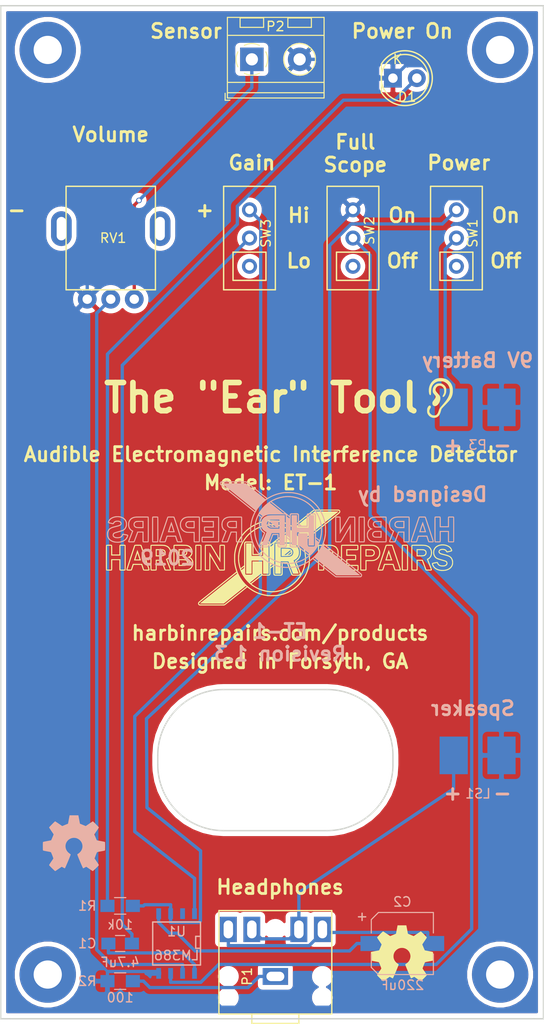
<source format=kicad_pcb>
(kicad_pcb (version 20171130) (host pcbnew "(5.1.0-0)")
  (title_block (title "The Ear Tool") (date 2019-01-03) (rev 1.3) (company "Harbin Repairs"))
  (layers (0 F.Cu signal) (31 B.Cu signal) (34 B.Paste user) (35 F.Paste user) (36 B.SilkS user) (37 F.SilkS user) (38 B.Mask user) (39 F.Mask user) (44 Edge.Cuts user))
  (net 0 "")
  (net 1 "Net-(C1-Pad1)")
  (net 2 "Net-(C1-Pad2)")
  (net 3 "Net-(C2-Pad1)")
  (net 4 "Net-(C2-Pad2)")
  (net 5 GND)
  (net 6 "Net-(D1-Pad2)")
  (net 7 "Net-(LS1-Pad2)")
  (net 8 SENSE)
  (net 9 +9V)
  (net 10 "Net-(R1-Pad2)")
  (net 11 "Net-(SW1-Pad1)")
  (net 12 "Net-(SW2-Pad1)")
  (net 13 "Net-(SW2-Pad2)")
  (net 14 "Net-(U1-Pad7)")
  (net 15 "Net-(P1-Pad1)")
  (net 16 "Net-(P2-Pad1)")
  (net 17 "Net-(SW3-Pad1)")
  (net 18 "Net-(SW3-Pad3)")
  (module myFootprints:HR_LOGO_37.4x10.6mm (layer F.Cu) (at 134 96)
    (fp_text reference G1 hide)
    (fp_text value LOGO hide)
  )
  (module LEDs:LED-5MM (layer F.Cu) (at 146 45)
    (fp_text reference D1 (at 1.5 2) (layer F.SilkS))
    (fp_text value LED)
    (fp_text user K (at 0.5 -2) (layer F.SilkS))
    (pad 1 thru_hole rect (at 0 0 90) (size 2 1.9) (drill 1.00076) (layers *.Cu *.Mask) (net 5 GND))
    (pad 2 thru_hole circle (at 2.54 0) (size 1.9 1.9) (drill 1.00076) (layers *.Cu *.Mask) (net 6 "Net-(D1-Pad2)"))
  )
  (module Oddities:NetTie-I_SMD (layer B.Cu) (at 155 117 180)
    (fp_text reference LS1 (at -0.04064 -4.06908 180) (layer B.SilkS) (effects (justify mirror)))
    (fp_text value Speaker)
    (pad 1 smd rect (at -2.54 0 180) (size 3 4) (layers B.Cu B.Paste B.Mask) (net 5 GND))
    (pad 2 smd rect (at 2.54 0 180) (size 3 4) (layers B.Cu B.Paste B.Mask) (net 7 "Net-(LS1-Pad2)"))
  )
  (module Oddities:NetTie-I_SMD (layer B.Cu) (at 155 80)
    (fp_text reference P3 (at 0 4) (layer B.SilkS) (effects (justify mirror)))
    (fp_text value "9V Battery Clip")
    (pad 1 smd rect (at -2.54 0) (size 3 4) (layers B.Cu B.Paste B.Mask) (net 9 +9V))
    (pad 2 smd rect (at 2.54 0) (size 3 4) (layers B.Cu B.Paste B.Mask) (net 5 GND))
  )
  (module myFootprints:SW_SPDT_3P_11.1mm_5.5mm (layer F.Cu) (at 156 62 90)
    (fp_text reference SW1 (at 0.508 -1.524 270) (layer F.SilkS))
    (fp_text value "Power Switch")
    (pad 1 thru_hole circle (at -3 -3.25 90) (size 1.6 1.6) (drill 0.9) (layers *.Cu *.Mask) (net 11 "Net-(SW1-Pad1)"))
    (pad 2 thru_hole circle (at 0 -3.25 90) (size 1.6 1.6) (drill 0.9) (layers *.Cu *.Mask) (net 9 +9V))
    (pad 3 thru_hole circle (at 3 -3.25 90) (size 1.6 1.6) (drill 0.9) (layers *.Cu *.Mask) (net 10 "Net-(R1-Pad2)"))
  )
  (module myFootprints:SW_SPDT_3P_11.1mm_5.5mm (layer F.Cu) (at 145 62 90)
    (fp_text reference SW2 (at 0.8 -1.5 90) (layer F.SilkS))
    (fp_text value "Full Scope Switch")
    (pad 1 thru_hole circle (at -3 -3.25 90) (size 1.6 1.6) (drill 0.9) (layers *.Cu *.Mask) (net 12 "Net-(SW2-Pad1)"))
    (pad 2 thru_hole circle (at 0 -3.25 90) (size 1.6 1.6) (drill 0.9) (layers *.Cu *.Mask) (net 13 "Net-(SW2-Pad2)"))
    (pad 3 thru_hole circle (at 3 -3.25 90) (size 1.6 1.6) (drill 0.9) (layers *.Cu *.Mask) (net 5 GND))
  )
  (module Mounting_Holes:MountingHole_3mm_Pad (layer F.Cu) (at 109.3 42)
    (fp_text reference M1)
    (fp_text value MountingHole_3mm_Pad)
    (pad 1 thru_hole circle (at 0 0) (size 6 6) (drill 3) (layers *.Cu *.Mask))
  )
  (module Mounting_Holes:MountingHole_3mm_Pad (layer F.Cu) (at 157.4 42)
    (fp_text reference M2)
    (fp_text value MountingHole_3mm_Pad)
    (pad 1 thru_hole circle (at 0 0) (size 6 6) (drill 3) (layers *.Cu *.Mask))
  )
  (module Mounting_Holes:MountingHole_3mm_Pad (layer F.Cu) (at 109.3 140.3)
    (fp_text reference M4)
    (fp_text value MountingHole_3mm_Pad)
    (pad 1 thru_hole circle (at 0 0) (size 6 6) (drill 3) (layers *.Cu *.Mask))
  )
  (module Mounting_Holes:MountingHole_3mm_Pad (layer F.Cu) (at 157.4 140.3)
    (fp_text reference M3)
    (fp_text value MountingHole_3mm_Pad)
    (pad 1 thru_hole circle (at 0 0) (size 6 6) (drill 3) (layers *.Cu *.Mask))
  )
  (module myFootprints:Ear_icon_4.2x4.2mm (layer F.Cu) (at 151 79)
    (fp_text reference G3 hide)
    (fp_text value LOGO hide)
  )
  (module myFootprints:HR_LOGO_37.4x10.6mm (layer B.Cu) (at 134 93 180)
    (fp_text reference G2 hide)
    (fp_text value LOGO hide)
  )
  (module myFootprints:POT_RV09_HORIZONTAL_WHO9 (layer F.Cu) (at 116 63)
    (fp_text reference RV1 (at 0.25 -1) (layer F.SilkS))
    (fp_text value 10k)
    (pad 1 thru_hole circle (at -2.5 5.5) (size 2 2) (drill 1) (layers *.Cu *.Mask) (net 5 GND))
    (pad 2 thru_hole circle (at 0 5.5) (size 2 2) (drill 1) (layers *.Cu *.Mask) (net 8 SENSE))
    (pad 3 thru_hole circle (at 2.5 5.5) (size 2 2) (drill 1) (layers *.Cu *.Mask) (net 16 "Net-(P2-Pad1)"))
    (pad "" thru_hole oval (at -5.25 -2) (size 2.2 3.7) (drill oval 1 2.5) (layers *.Cu *.Mask))
    (pad "" thru_hole oval (at 5.25 -2) (size 2.2 3.7) (drill oval 1 2.5) (layers *.Cu *.Mask))
  )
  (module myFootprints:AUDIO-JACK-3F07-TRS (layer F.Cu) (at 134 139 90)
    (fp_text reference P1 (at -1.5 -3.5 90) (layer F.SilkS))
    (fp_text value AUDIO-JACK-3F07-TRS)
    (pad 1 thru_hole rect (at -1.5 -0.5 180) (size 2.7 1.8) (drill oval 1.9 1) (layers *.Cu *.Mask) (net 15 "Net-(P1-Pad1)"))
    (pad 2 thru_hole rect (at 3.5 -5.5 90) (size 2.7 1.8) (drill oval 1.9 1) (layers *.Cu *.Mask) (net 4 "Net-(C2-Pad2)"))
    (pad 3 thru_hole rect (at 3.5 -3 90) (size 2.7 1.8) (drill oval 1.9 1) (layers *.Cu *.Mask) (net 7 "Net-(LS1-Pad2)"))
    (pad 4 thru_hole rect (at 3.5 2 90) (size 2.7 1.8) (drill oval 1.9 1) (layers *.Cu *.Mask) (net 7 "Net-(LS1-Pad2)"))
    (pad 5 thru_hole rect (at 3.5 4.5 90) (size 2.7 1.8) (drill oval 1.9 1) (layers *.Cu *.Mask) (net 4 "Net-(C2-Pad2)"))
    (pad "" np_thru_hole circle (at -1.5 -5.5 180) (size 1.2 1.2) (drill 1.2) (layers *.Cu *.Mask))
    (pad "" np_thru_hole circle (at 3.5 -0.5 180) (size 1.2 1.2) (drill 1.2) (layers *.Cu *.Mask))
    (pad "" np_thru_hole circle (at -1.5 4.5 180) (size 1.2 1.2) (drill 1.2) (layers *.Cu *.Mask))
    (pad "" np_thru_hole circle (at -3.75 4.5 180) (size 1.2 1.2) (drill 1.2) (layers *.Cu *.Mask))
    (pad "" np_thru_hole circle (at -3.75 -5.5 180) (size 1.2 1.2) (drill 1.2) (layers *.Cu *.Mask))
  )
  (module Capacitors_SMD:CP_Elec_6.3x7.7 (layer B.Cu) (at 147 137)
    (fp_text reference C2 (at 0 -4.43) (layer B.SilkS) (effects (justify mirror)))
    (fp_text value 220uF (at 0 4.43) (layer B.SilkS) (effects (justify mirror)))
    (fp_text user + (at -4.28 -2.91) (layer B.SilkS) (effects (justify mirror)))
    (pad 1 smd rect (at -2.7 0 180) (size 3.5 1.6) (layers B.Cu B.Paste B.Mask) (net 3 "Net-(C2-Pad1)"))
    (pad 2 smd rect (at 2.7 0 180) (size 3.5 1.6) (layers B.Cu B.Paste B.Mask) (net 4 "Net-(C2-Pad2)"))
  )
  (module SMD_Packages:SOIC-8-N (layer B.Cu) (at 123 137 180)
    (fp_text reference U1 (at 0 1.27 180) (layer B.SilkS) (effects (justify mirror)))
    (fp_text value LM386 (at 0 -1.27 180) (layer B.SilkS) (effects (justify mirror)))
    (pad 8 smd rect (at -1.905 3.175 180) (size 0.508 1.143) (layers B.Cu B.Paste B.Mask) (net 18 "Net-(SW3-Pad3)"))
    (pad 7 smd rect (at -0.635 3.175 180) (size 0.508 1.143) (layers B.Cu B.Paste B.Mask) (net 14 "Net-(U1-Pad7)"))
    (pad 6 smd rect (at 0.635 3.175 180) (size 0.508 1.143) (layers B.Cu B.Paste B.Mask) (net 10 "Net-(R1-Pad2)"))
    (pad 5 smd rect (at 1.905 3.175 180) (size 0.508 1.143) (layers B.Cu B.Paste B.Mask) (net 3 "Net-(C2-Pad1)"))
    (pad 4 smd rect (at 1.905 -3.175 180) (size 0.508 1.143) (layers B.Cu B.Paste B.Mask) (net 5 GND))
    (pad 3 smd rect (at 0.635 -3.175 180) (size 0.508 1.143) (layers B.Cu B.Paste B.Mask) (net 13 "Net-(SW2-Pad2)"))
    (pad 2 smd rect (at -0.635 -3.175 180) (size 0.508 1.143) (layers B.Cu B.Paste B.Mask) (net 8 SENSE))
    (pad 1 smd rect (at -1.905 -3.175 180) (size 0.508 1.143) (layers B.Cu B.Paste B.Mask) (net 1 "Net-(C1-Pad1)"))
  )
  (module TerminalBlock_RND:TerminalBlock_RND_205-00232_Pitch5.08mm (layer F.Cu) (at 131 43)
    (fp_text reference P2 (at 2.5 -3.5) (layer F.SilkS))
    (fp_text value "Sensor Connector")
    (pad 1 thru_hole rect (at 0 0) (size 2.5 2.5) (drill 1.3) (layers *.Cu *.Mask) (net 16 "Net-(P2-Pad1)"))
    (pad 2 thru_hole circle (at 5.08 0) (size 2.5 2.5) (drill 1.3) (layers *.Cu *.Mask) (net 5 GND))
  )
  (module myFootprints:SW_SPDT_3P_11.1mm_5.5mm (layer F.Cu) (at 134 62 90)
    (fp_text reference SW3 (at 0.5 -1.5 90) (layer F.SilkS))
    (fp_text value "Gain Switch")
    (pad 1 thru_hole circle (at -3 -3.25 90) (size 1.6 1.6) (drill 0.9) (layers *.Cu *.Mask) (net 17 "Net-(SW3-Pad1)"))
    (pad 2 thru_hole circle (at 0 -3.25 90) (size 1.6 1.6) (drill 0.9) (layers *.Cu *.Mask) (net 2 "Net-(C1-Pad2)"))
    (pad 3 thru_hole circle (at 3 -3.25 90) (size 1.6 1.6) (drill 0.9) (layers *.Cu *.Mask) (net 18 "Net-(SW3-Pad3)"))
  )
  (module Capacitors_SMD:C_0805_HandSoldering (layer B.Cu) (at 117 137)
    (fp_text reference C1 (at -3.5 0) (layer B.SilkS) (effects (justify mirror)))
    (fp_text value 4.7uF (at 0 2) (layer B.SilkS) (effects (justify mirror)))
    (pad 1 smd rect (at -1.25 0) (size 1.5 1.25) (layers B.Cu B.Paste B.Mask) (net 1 "Net-(C1-Pad1)"))
    (pad 2 smd rect (at 1.25 0) (size 1.5 1.25) (layers B.Cu B.Paste B.Mask) (net 2 "Net-(C1-Pad2)"))
  )
  (module Resistors_SMD:R_0805_HandSoldering (layer B.Cu) (at 117 133)
    (fp_text reference R1 (at -3.5 0) (layer B.SilkS) (effects (justify mirror)))
    (fp_text value 10k (at 0 2) (layer B.SilkS) (effects (justify mirror)))
    (pad 1 smd rect (at -1.35 0) (size 1.5 1.3) (layers B.Cu B.Paste B.Mask) (net 6 "Net-(D1-Pad2)"))
    (pad 2 smd rect (at 1.35 0) (size 1.5 1.3) (layers B.Cu B.Paste B.Mask) (net 10 "Net-(R1-Pad2)"))
  )
  (module Resistors_SMD:R_0805_HandSoldering (layer B.Cu) (at 117 141 180)
    (fp_text reference R2 (at 3.5 0 180) (layer B.SilkS) (effects (justify mirror)))
    (fp_text value 100 (at 0 -1.75 180) (layer B.SilkS) (effects (justify mirror)))
    (pad 1 smd rect (at -1.35 0 180) (size 1.5 1.3) (layers B.Cu B.Paste B.Mask) (net 15 "Net-(P1-Pad1)"))
    (pad 2 smd rect (at 1.35 0 180) (size 1.5 1.3) (layers B.Cu B.Paste B.Mask) (net 5 GND))
  )
  (module Symbols:OSHW-Symbol_6.7x6mm_SilkScreen (layer F.Cu) (at 146.95 138.05)
    (fp_text reference REF*** hide)
    (fp_text value OSHW-Symbol_6.7x6mm_SilkScreen hide)
  )
  (module Symbols:OSHW-Symbol_6.7x6mm_SilkScreen (layer B.Cu) (at 112.1 126.35 180)
    (fp_text reference REF*** hide)
    (fp_text value OSHW-Symbol_6.7x6mm_SilkScreen hide)
  )
  (gr_text "Designed by" (at 149.15 89.25) (layer B.SilkS) (effects (font (size 1.5 1.5) (thickness 0.3)) (justify mirror)))
  (gr_line (start 162 145) (end 161 145) (angle 90) (layer Edge.Cuts) (width 0.15))
  (gr_line (start 162 144) (end 162 145) (angle 90) (layer Edge.Cuts) (width 0.15))
  (gr_line (start 104.3 145) (end 105.3 145) (angle 90) (layer Edge.Cuts) (width 0.15))
  (gr_line (start 104.3 144) (end 104.3 145) (angle 90) (layer Edge.Cuts) (width 0.15))
  (gr_line (start 162 37.3) (end 162 38.3) (angle 90) (layer Edge.Cuts) (width 0.15))
  (gr_line (start 161 37.3) (end 162 37.3) (angle 90) (layer Edge.Cuts) (width 0.15))
  (gr_line (start 104.3 37.3) (end 104.3 38.3) (angle 90) (layer Edge.Cuts) (width 0.15))
  (gr_line (start 105.3 37.3) (end 104.3 37.3) (angle 90) (layer Edge.Cuts) (width 0.15))
  (gr_text "Hi\n\nLo" (at 136 62) (layer F.SilkS) (effects (font (size 1.5 1.5) (thickness 0.3))))
  (gr_text Gain (at 131 54) (layer F.SilkS) (effects (font (size 1.5 1.5) (thickness 0.3))))
  (gr_text "ET-1\nRevision 1.3" (at 134 105) (layer B.SilkS) (effects (font (size 1.5 1.5) (thickness 0.3)) (justify mirror)))
  (gr_text "On\n\nOff" (at 158 62) (layer F.SilkS) (effects (font (size 1.5 1.5) (thickness 0.3))))
  (gr_text "On\n\nOff" (at 147 62) (layer F.SilkS) (effects (font (size 1.5 1.5) (thickness 0.3))))
  (gr_text + (at 126 59) (layer F.SilkS) (effects (font (size 1.5 1.5) (thickness 0.3))))
  (gr_text - (at 106 59) (layer F.SilkS) (effects (font (size 1.5 1.5) (thickness 0.3))))
  (gr_text Headphones (at 134 131) (layer F.SilkS) (effects (font (size 1.5 1.5) (thickness 0.3))))
  (gr_text 2019 (at 122 96) (layer B.SilkS) (effects (font (size 1.5 1.5) (thickness 0.3)) (justify mirror)))
  (gr_text Sensor (at 124 40) (layer F.SilkS) (effects (font (size 1.5 1.5) (thickness 0.3))))
  (gr_text "Model: ET-1" (at 133 88) (layer F.SilkS) (effects (font (size 1.5 1.5) (thickness 0.3))))
  (gr_text harbinrepairs.com/products (at 134 104) (layer F.SilkS) (effects (font (size 1.5 1.5) (thickness 0.3))))
  (gr_text "Audible Electromagnetic Interference Detector" (at 133 85) (layer F.SilkS) (effects (font (size 1.5 1.5) (thickness 0.3))))
  (gr_text "Designed in Forsyth, GA" (at 134 107) (layer F.SilkS) (effects (font (size 1.5 1.5) (thickness 0.3))))
  (gr_text "The \"Ear\" Tool" (at 132 79) (layer F.SilkS) (effects (font (size 3 3) (thickness 0.6))))
  (gr_text "-   +" (at 155 84) (layer B.SilkS) (effects (font (size 1.5 1.5) (thickness 0.3)) (justify mirror)))
  (gr_text "-   +" (at 155 121) (layer B.SilkS) (effects (font (size 1.5 1.5) (thickness 0.3)) (justify mirror)))
  (gr_text "9V Battery" (at 155 75) (layer B.SilkS) (effects (font (size 1.5 1.5) (thickness 0.3)) (justify mirror)))
  (gr_text Speaker (at 154.5 112) (layer B.SilkS) (effects (font (size 1.5 1.5) (thickness 0.3)) (justify mirror)))
  (gr_text Volume (at 116 51) (layer F.SilkS) (effects (font (size 1.5 1.5) (thickness 0.3))))
  (gr_text "Full\nScope" (at 142 53) (layer F.SilkS) (effects (font (size 1.5 1.5) (thickness 0.3))))
  (gr_text Power (at 153 54) (layer F.SilkS) (effects (font (size 1.5 1.5) (thickness 0.3))))
  (gr_text "Power On" (at 147 40) (layer F.SilkS) (effects (font (size 1.5 1.5) (thickness 0.3))))
  (gr_line (start 121 118) (end 121 117) (angle 90) (layer Edge.Cuts) (width 0.15))
  (gr_line (start 139 125) (end 128 125) (angle 90) (layer Edge.Cuts) (width 0.15))
  (gr_line (start 146 117) (end 146 118) (angle 90) (layer Edge.Cuts) (width 0.15))
  (gr_line (start 128 110) (end 139 110) (angle 90) (layer Edge.Cuts) (width 0.15))
  (gr_arc (start 128 117) (end 121 117) (angle 90) (layer Edge.Cuts) (width 0.15))
  (gr_arc (start 128 118) (end 128 125) (angle 90) (layer Edge.Cuts) (width 0.15))
  (gr_arc (start 139 118) (end 146 118) (angle 90) (layer Edge.Cuts) (width 0.15))
  (gr_arc (start 139 117) (end 139 110) (angle 90) (layer Edge.Cuts) (width 0.15))
  (gr_line (start 104.3 144) (end 104.3 38.3) (angle 90) (layer Edge.Cuts) (width 0.15))
  (gr_line (start 161 145) (end 105.3 145) (angle 90) (layer Edge.Cuts) (width 0.15))
  (gr_line (start 162 38.3) (end 162 144) (angle 90) (layer Edge.Cuts) (width 0.15))
  (gr_line (start 105.3 37.3) (end 161 37.3) (angle 90) (layer Edge.Cuts) (width 0.15))
  (segment (start 115.75 137) (end 115.75 138.0003) (width 0.35) (layer B.Cu) (net 1))
  (segment (start 124.905 140.175) (end 124.905 139.2282) (width 0.35) (layer B.Cu) (net 1))
  (segment (start 123.6771 138.0003) (end 124.905 139.2282) (width 0.35) (layer B.Cu) (net 1))
  (segment (start 115.75 138.0003) (end 123.6771 138.0003) (width 0.35) (layer B.Cu) (net 1))
  (segment (start 117.2246 75.5254) (end 130.75 62) (width 0.35) (layer B.Cu) (net 2))
  (segment (start 117.2246 134.9743) (end 117.2246 75.5254) (width 0.35) (layer B.Cu) (net 2))
  (segment (start 118.25 135.9997) (end 117.2246 134.9743) (width 0.35) (layer B.Cu) (net 2))
  (segment (start 118.25 137) (end 118.25 135.9997) (width 0.35) (layer B.Cu) (net 2))
  (segment (start 121.095 133.825) (end 121.095 134.7718) (width 0.35) (layer B.Cu) (net 3))
  (segment (start 144.3 137) (end 142.1747 137) (width 0.35) (layer B.Cu) (net 3))
  (segment (start 141.3847 137.79) (end 142.1747 137) (width 0.35) (layer B.Cu) (net 3))
  (segment (start 124.9581 137.79) (end 141.3847 137.79) (width 0.35) (layer B.Cu) (net 3))
  (segment (start 123.067 135.8989) (end 124.9581 137.79) (width 0.35) (layer B.Cu) (net 3))
  (segment (start 122.2221 135.8989) (end 123.067 135.8989) (width 0.35) (layer B.Cu) (net 3))
  (segment (start 121.095 134.7718) (end 122.2221 135.8989) (width 0.35) (layer B.Cu) (net 3))
  (segment (start 149.7 137) (end 149.7 135.8247) (width 0.35) (layer B.Cu) (net 4))
  (segment (start 137.0994 137.2253) (end 128.5 137.2253) (width 0.35) (layer B.Cu) (net 4))
  (segment (start 138.6624 135.6623) (end 137.0994 137.2253) (width 0.35) (layer B.Cu) (net 4))
  (segment (start 138.8247 135.8247) (end 138.6624 135.6623) (width 0.35) (layer B.Cu) (net 4))
  (segment (start 149.7 135.8247) (end 138.8247 135.8247) (width 0.35) (layer B.Cu) (net 4))
  (segment (start 138.6624 135.6623) (end 138.5 135.5) (width 0.35) (layer B.Cu) (net 4))
  (segment (start 128.5 135.5) (end 128.5 137.2253) (width 0.35) (layer B.Cu) (net 4))
  (segment (start 146 45) (end 144.6747 45) (width 0.35) (layer B.Cu) (net 5))
  (segment (start 120.8947 139.9747) (end 115.65 139.9747) (width 0.35) (layer B.Cu) (net 5))
  (segment (start 121.095 140.175) (end 120.8947 139.9747) (width 0.35) (layer B.Cu) (net 5))
  (segment (start 115.65 141) (end 115.65 139.9747) (width 0.35) (layer B.Cu) (net 5))
  (segment (start 115.65 141) (end 115.65 142.0253) (width 0.35) (layer B.Cu) (net 5))
  (segment (start 142.6747 43) (end 136.08 43) (width 0.35) (layer B.Cu) (net 5))
  (segment (start 144.6747 45) (end 142.6747 43) (width 0.35) (layer B.Cu) (net 5))
  (segment (start 157.54 133.1881) (end 157.54 117) (width 0.35) (layer B.Cu) (net 5))
  (segment (start 146.9501 143.778) (end 157.54 133.1881) (width 0.35) (layer B.Cu) (net 5))
  (segment (start 117.4027 143.778) (end 146.9501 143.778) (width 0.35) (layer B.Cu) (net 5))
  (segment (start 115.65 142.0253) (end 117.4027 143.778) (width 0.35) (layer B.Cu) (net 5))
  (segment (start 157.54 117) (end 157.54 80) (width 0.35) (layer B.Cu) (net 5))
  (segment (start 113.5 65.58) (end 113.5 68.5) (width 0.35) (layer B.Cu) (net 5))
  (segment (start 136.08 43) (end 113.5 65.58) (width 0.35) (layer B.Cu) (net 5))
  (segment (start 147.3254 43.6746) (end 146 45) (width 0.35) (layer B.Cu) (net 5))
  (segment (start 149.161 43.6746) (end 147.3254 43.6746) (width 0.35) (layer B.Cu) (net 5))
  (segment (start 149.8995 44.4131) (end 149.161 43.6746) (width 0.35) (layer B.Cu) (net 5))
  (segment (start 149.8995 57.8161) (end 149.8995 44.4131) (width 0.35) (layer B.Cu) (net 5))
  (segment (start 153.2286 57.8161) (end 149.8995 57.8161) (width 0.35) (layer B.Cu) (net 5))
  (segment (start 157.54 62.1275) (end 153.2286 57.8161) (width 0.35) (layer B.Cu) (net 5))
  (segment (start 157.54 80) (end 157.54 62.1275) (width 0.35) (layer B.Cu) (net 5))
  (segment (start 142.9339 57.8161) (end 141.75 59) (width 0.35) (layer B.Cu) (net 5))
  (segment (start 149.8995 57.8161) (end 142.9339 57.8161) (width 0.35) (layer B.Cu) (net 5))
  (segment (start 146.2011 47.3389) (end 148.54 45) (width 0.35) (layer B.Cu) (net 6))
  (segment (start 140.7374 47.3389) (end 146.2011 47.3389) (width 0.35) (layer B.Cu) (net 6))
  (segment (start 129.4593 58.617) (end 140.7374 47.3389) (width 0.35) (layer B.Cu) (net 6))
  (segment (start 129.4593 60.5306) (end 129.4593 58.617) (width 0.35) (layer B.Cu) (net 6))
  (segment (start 115.65 74.3399) (end 129.4593 60.5306) (width 0.35) (layer B.Cu) (net 6))
  (segment (start 115.65 133) (end 115.65 74.3399) (width 0.35) (layer B.Cu) (net 6))
  (segment (start 152.46 117) (end 152.45 120.55) (width 0.35) (layer B.Cu) (net 7))
  (segment (start 134.9988 136.5012) (end 136 135.5) (width 0.35) (layer B.Cu) (net 7))
  (segment (start 132.0012 136.5012) (end 134.9988 136.5012) (width 0.35) (layer B.Cu) (net 7))
  (segment (start 131 135.5) (end 132.0012 136.5012) (width 0.35) (layer B.Cu) (net 7))
  (segment (start 136 131.5847) (end 152.45 120.55) (width 0.35) (layer B.Cu) (net 7))
  (segment (start 136 135.5) (end 136 131.5847) (width 0.35) (layer B.Cu) (net 7))
  (segment (start 123.635 140.175) (end 123.635 139.2282) (width 0.35) (layer B.Cu) (net 8))
  (segment (start 114.5073 69.9927) (end 116 68.5) (width 0.35) (layer B.Cu) (net 8))
  (segment (start 114.5073 137.6635) (end 114.5073 69.9927) (width 0.35) (layer B.Cu) (net 8))
  (segment (start 116.072 139.2282) (end 114.5073 137.6635) (width 0.35) (layer B.Cu) (net 8))
  (segment (start 123.635 139.2282) (end 116.072 139.2282) (width 0.35) (layer B.Cu) (net 8))
  (segment (start 151.5519 76.7166) (end 152.46 77.6247) (width 0.35) (layer B.Cu) (net 9))
  (segment (start 151.5519 63.1981) (end 151.5519 76.7166) (width 0.35) (layer B.Cu) (net 9))
  (segment (start 152.75 62) (end 151.5519 63.1981) (width 0.35) (layer B.Cu) (net 9))
  (segment (start 152.46 80) (end 152.46 77.6247) (width 0.35) (layer B.Cu) (net 9))
  (segment (start 151.25 60.5) (end 152.75 59) (width 0.35) (layer B.Cu) (net 10))
  (segment (start 141.5513 60.5) (end 151.25 60.5) (width 0.35) (layer B.Cu) (net 10))
  (segment (start 139.2755 62.7758) (end 141.5513 60.5) (width 0.35) (layer B.Cu) (net 10))
  (segment (start 139.2755 94.9712) (end 139.2755 62.7758) (width 0.35) (layer B.Cu) (net 10))
  (segment (start 119.8 113.1) (end 139.2755 94.9712) (width 0.35) (layer B.Cu) (net 10))
  (segment (start 119.85 122.55) (end 119.8 113.1) (width 0.35) (layer B.Cu) (net 10))
  (segment (start 125.55 127.15) (end 119.85 122.55) (width 0.35) (layer B.Cu) (net 10))
  (segment (start 125.5344 134.602) (end 125.55 127.15) (width 0.35) (layer B.Cu) (net 10))
  (segment (start 125.3646 134.7718) (end 125.5344 134.602) (width 0.35) (layer B.Cu) (net 10))
  (segment (start 122.365 134.7718) (end 125.3646 134.7718) (width 0.35) (layer B.Cu) (net 10))
  (segment (start 122.365 133.825) (end 122.365 134.7718) (width 0.35) (layer B.Cu) (net 10))
  (segment (start 119.5971 132.8782) (end 122.365 132.8782) (width 0.35) (layer B.Cu) (net 10))
  (segment (start 119.4753 133) (end 119.5971 132.8782) (width 0.35) (layer B.Cu) (net 10))
  (segment (start 118.35 133) (end 119.4753 133) (width 0.35) (layer B.Cu) (net 10))
  (segment (start 122.365 133.825) (end 122.365 132.8782) (width 0.35) (layer B.Cu) (net 10))
  (segment (start 143.5746 63.8246) (end 141.75 62) (width 0.35) (layer B.Cu) (net 13))
  (segment (start 143.5746 91.49) (end 143.5746 63.8246) (width 0.35) (layer B.Cu) (net 13))
  (segment (start 154.3739 102.2893) (end 143.5746 91.49) (width 0.35) (layer B.Cu) (net 13))
  (segment (start 154.3739 135.4556) (end 154.3739 102.2893) (width 0.35) (layer B.Cu) (net 13))
  (segment (start 150.6048 139.2247) (end 154.3739 135.4556) (width 0.35) (layer B.Cu) (net 13))
  (segment (start 127.4743 139.2247) (end 150.6048 139.2247) (width 0.35) (layer B.Cu) (net 13))
  (segment (start 125.5772 141.1218) (end 127.4743 139.2247) (width 0.35) (layer B.Cu) (net 13))
  (segment (start 122.365 141.1218) (end 125.5772 141.1218) (width 0.35) (layer B.Cu) (net 13))
  (segment (start 122.365 140.175) (end 122.365 141.1218) (width 0.35) (layer B.Cu) (net 13))
  (segment (start 118.35 141) (end 119.4753 141) (width 0.35) (layer B.Cu) (net 15))
  (segment (start 133.5 140.5) (end 131.7747 140.5) (width 0.35) (layer B.Cu) (net 15))
  (segment (start 130.5898 141.6849) (end 131.7747 140.5) (width 0.35) (layer B.Cu) (net 15))
  (segment (start 120.1602 141.6849) (end 130.5898 141.6849) (width 0.35) (layer B.Cu) (net 15))
  (segment (start 119.4753 141) (end 120.1602 141.6849) (width 0.35) (layer B.Cu) (net 15))
  (segment (start 118.5 68.5) (end 118.5 58.5) (width 0.35) (layer F.Cu) (net 16))
  (segment (start 131 46) (end 131 43) (width 0.35) (layer B.Cu) (net 16))
  (segment (start 119 58) (end 131 46) (width 0.35) (layer B.Cu) (net 16))
  (via (at 119 58) (size 0.6) (drill 0.4) (layers F.Cu B.Cu) (net 16))
  (segment (start 118.5 58.5) (end 119 58) (width 0.35) (layer F.Cu) (net 16))
  (segment (start 124.905 130.071) (end 124.905 133.825) (width 0.35) (layer B.Cu) (net 18))
  (segment (start 118.55 125.1) (end 124.905 130.071) (width 0.35) (layer B.Cu) (net 18))
  (segment (start 118.55 112.85) (end 118.55 125.1) (width 0.35) (layer B.Cu) (net 18))
  (segment (start 131.9 99.85) (end 118.55 112.85) (width 0.35) (layer B.Cu) (net 18))
  (segment (start 131.9474 60.1974) (end 131.9 99.85) (width 0.35) (layer B.Cu) (net 18))
  (segment (start 130.75 59) (end 131.9474 60.1974) (width 0.35) (layer B.Cu) (net 18))
  (zone (net 5) (net_name GND) (layer B.Cu) (connect_pads (clearance 0.508)) (min_thickness 0.254) (fill yes (arc_segments 16) (thermal_gap 0.508) (thermal_bridge_width 0.508))
    (polygon (pts (xy 161.8 144.8) (xy 104.5 144.8) (xy 104.5 37.5) (xy 161.8 37.5)))
  )
  (zone (net 5) (net_name GND) (layer F.Cu) (connect_pads (clearance 0.508)) (min_thickness 0.254) (fill yes (arc_segments 16) (thermal_gap 0.508) (thermal_bridge_width 0.508))
    (polygon (pts (xy 161.8 144.8) (xy 104.5 144.8) (xy 104.5 37.5) (xy 161.8 37.5)))
  )
)
</source>
